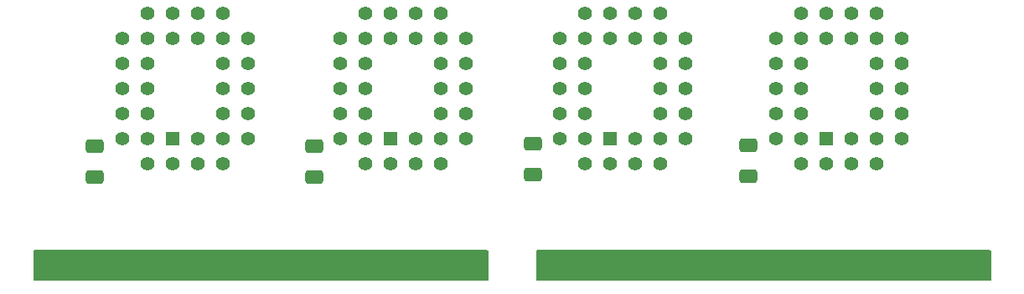
<source format=gbs>
G04 #@! TF.GenerationSoftware,KiCad,Pcbnew,7.0.9*
G04 #@! TF.CreationDate,2024-01-22T22:42:44+01:00*
G04 #@! TF.ProjectId,simm72_rom_2M55,73696d6d-3732-45f7-926f-6d5f324d3535,A*
G04 #@! TF.SameCoordinates,Original*
G04 #@! TF.FileFunction,Soldermask,Bot*
G04 #@! TF.FilePolarity,Negative*
%FSLAX46Y46*%
G04 Gerber Fmt 4.6, Leading zero omitted, Abs format (unit mm)*
G04 Created by KiCad (PCBNEW 7.0.9) date 2024-01-22 22:42:44*
%MOMM*%
%LPD*%
G01*
G04 APERTURE LIST*
G04 Aperture macros list*
%AMRoundRect*
0 Rectangle with rounded corners*
0 $1 Rounding radius*
0 $2 $3 $4 $5 $6 $7 $8 $9 X,Y pos of 4 corners*
0 Add a 4 corners polygon primitive as box body*
4,1,4,$2,$3,$4,$5,$6,$7,$8,$9,$2,$3,0*
0 Add four circle primitives for the rounded corners*
1,1,$1+$1,$2,$3*
1,1,$1+$1,$4,$5*
1,1,$1+$1,$6,$7*
1,1,$1+$1,$8,$9*
0 Add four rect primitives between the rounded corners*
20,1,$1+$1,$2,$3,$4,$5,0*
20,1,$1+$1,$4,$5,$6,$7,0*
20,1,$1+$1,$6,$7,$8,$9,0*
20,1,$1+$1,$8,$9,$2,$3,0*%
G04 Aperture macros list end*
%ADD10R,1.040000X2.540000*%
%ADD11R,1.422400X1.422400*%
%ADD12C,1.422400*%
%ADD13RoundRect,0.250000X0.650000X-0.412500X0.650000X0.412500X-0.650000X0.412500X-0.650000X-0.412500X0*%
G04 APERTURE END LIST*
D10*
X57375000Y-113921000D03*
X58645000Y-113921000D03*
X59915000Y-113921000D03*
X61185000Y-113921000D03*
X62455000Y-113921000D03*
X63725000Y-113921000D03*
X64995000Y-113921000D03*
X66265000Y-113921000D03*
X67535000Y-113921000D03*
X68805000Y-113921000D03*
X70075000Y-113921000D03*
X71345000Y-113921000D03*
X72615000Y-113921000D03*
X73885000Y-113921000D03*
X75155000Y-113921000D03*
X76425000Y-113921000D03*
X77695000Y-113921000D03*
X78965000Y-113921000D03*
X80235000Y-113921000D03*
X81505000Y-113921000D03*
X82775000Y-113921000D03*
X84045000Y-113921000D03*
X85315000Y-113921000D03*
X86585000Y-113921000D03*
X87855000Y-113921000D03*
X89125000Y-113921000D03*
X90395000Y-113921000D03*
X91665000Y-113921000D03*
X92935000Y-113921000D03*
X94205000Y-113921000D03*
X95475000Y-113921000D03*
X96745000Y-113921000D03*
X98015000Y-113921000D03*
X99285000Y-113921000D03*
X100555000Y-113921000D03*
X101825000Y-113921000D03*
X108175000Y-113921000D03*
X109445000Y-113921000D03*
X110715000Y-113921000D03*
X111985000Y-113921000D03*
X113255000Y-113921000D03*
X114525000Y-113921000D03*
X115795000Y-113921000D03*
X117065000Y-113921000D03*
X118335000Y-113921000D03*
X119605000Y-113921000D03*
X120875000Y-113921000D03*
X122145000Y-113921000D03*
X123415000Y-113921000D03*
X124685000Y-113921000D03*
X125955000Y-113921000D03*
X127225000Y-113921000D03*
X128495000Y-113921000D03*
X129765000Y-113921000D03*
X131035000Y-113921000D03*
X132305000Y-113921000D03*
X133575000Y-113921000D03*
X134845000Y-113921000D03*
X136115000Y-113921000D03*
X137385000Y-113921000D03*
X138655000Y-113921000D03*
X139925000Y-113921000D03*
X141195000Y-113921000D03*
X142465000Y-113921000D03*
X143735000Y-113921000D03*
X145005000Y-113921000D03*
X146275000Y-113921000D03*
X147545000Y-113921000D03*
X148815000Y-113921000D03*
X150085000Y-113921000D03*
X151355000Y-113921000D03*
X152625000Y-113921000D03*
D11*
X92730000Y-101080000D03*
D12*
X95270000Y-103620000D03*
X95270000Y-101080000D03*
X97810000Y-103620000D03*
X100350000Y-101080000D03*
X97810000Y-101080000D03*
X100350000Y-98540000D03*
X97810000Y-98540000D03*
X100350000Y-96000000D03*
X97810000Y-96000000D03*
X100350000Y-93460000D03*
X97810000Y-93460000D03*
X100350000Y-90920000D03*
X97810000Y-88380000D03*
X97810000Y-90920000D03*
X95270000Y-88380000D03*
X95270000Y-90920000D03*
X92730000Y-88380000D03*
X92730000Y-90920000D03*
X90190000Y-88380000D03*
X87650000Y-90920000D03*
X90190000Y-90920000D03*
X87650000Y-93460000D03*
X90190000Y-93460000D03*
X87650000Y-96000000D03*
X90190000Y-96000000D03*
X87650000Y-98540000D03*
X90190000Y-98540000D03*
X87650000Y-101080000D03*
X90190000Y-103620000D03*
X90190000Y-101080000D03*
X92730000Y-103620000D03*
D11*
X136730000Y-101080000D03*
D12*
X139270000Y-103620000D03*
X139270000Y-101080000D03*
X141810000Y-103620000D03*
X144350000Y-101080000D03*
X141810000Y-101080000D03*
X144350000Y-98540000D03*
X141810000Y-98540000D03*
X144350000Y-96000000D03*
X141810000Y-96000000D03*
X144350000Y-93460000D03*
X141810000Y-93460000D03*
X144350000Y-90920000D03*
X141810000Y-88380000D03*
X141810000Y-90920000D03*
X139270000Y-88380000D03*
X139270000Y-90920000D03*
X136730000Y-88380000D03*
X136730000Y-90920000D03*
X134190000Y-88380000D03*
X131650000Y-90920000D03*
X134190000Y-90920000D03*
X131650000Y-93460000D03*
X134190000Y-93460000D03*
X131650000Y-96000000D03*
X134190000Y-96000000D03*
X131650000Y-98540000D03*
X134190000Y-98540000D03*
X131650000Y-101080000D03*
X134190000Y-103620000D03*
X134190000Y-101080000D03*
X136730000Y-103620000D03*
D11*
X70730000Y-101080000D03*
D12*
X73270000Y-103620000D03*
X73270000Y-101080000D03*
X75810000Y-103620000D03*
X78350000Y-101080000D03*
X75810000Y-101080000D03*
X78350000Y-98540000D03*
X75810000Y-98540000D03*
X78350000Y-96000000D03*
X75810000Y-96000000D03*
X78350000Y-93460000D03*
X75810000Y-93460000D03*
X78350000Y-90920000D03*
X75810000Y-88380000D03*
X75810000Y-90920000D03*
X73270000Y-88380000D03*
X73270000Y-90920000D03*
X70730000Y-88380000D03*
X70730000Y-90920000D03*
X68190000Y-88380000D03*
X65650000Y-90920000D03*
X68190000Y-90920000D03*
X65650000Y-93460000D03*
X68190000Y-93460000D03*
X65650000Y-96000000D03*
X68190000Y-96000000D03*
X65650000Y-98540000D03*
X68190000Y-98540000D03*
X65650000Y-101080000D03*
X68190000Y-103620000D03*
X68190000Y-101080000D03*
X70730000Y-103620000D03*
D11*
X114920000Y-101080000D03*
D12*
X117460000Y-103620000D03*
X117460000Y-101080000D03*
X120000000Y-103620000D03*
X122540000Y-101080000D03*
X120000000Y-101080000D03*
X122540000Y-98540000D03*
X120000000Y-98540000D03*
X122540000Y-96000000D03*
X120000000Y-96000000D03*
X122540000Y-93460000D03*
X120000000Y-93460000D03*
X122540000Y-90920000D03*
X120000000Y-88380000D03*
X120000000Y-90920000D03*
X117460000Y-88380000D03*
X117460000Y-90920000D03*
X114920000Y-88380000D03*
X114920000Y-90920000D03*
X112380000Y-88380000D03*
X109840000Y-90920000D03*
X112380000Y-90920000D03*
X109840000Y-93460000D03*
X112380000Y-93460000D03*
X109840000Y-96000000D03*
X112380000Y-96000000D03*
X109840000Y-98540000D03*
X112380000Y-98540000D03*
X109840000Y-101080000D03*
X112380000Y-103620000D03*
X112380000Y-101080000D03*
X114920000Y-103620000D03*
D13*
X107133600Y-104713900D03*
X107133600Y-101588900D03*
X84984800Y-104942500D03*
X84984800Y-101817500D03*
X128876000Y-104878600D03*
X128876000Y-101753600D03*
X62836000Y-104981000D03*
X62836000Y-101856000D03*
G36*
X102530039Y-112391285D02*
G01*
X102575794Y-112444089D01*
X102587000Y-112495600D01*
X102587000Y-115321000D01*
X102567315Y-115388039D01*
X102514511Y-115433794D01*
X102463000Y-115445000D01*
X56737000Y-115445000D01*
X56669961Y-115425315D01*
X56624206Y-115372511D01*
X56613000Y-115321000D01*
X56613000Y-112495600D01*
X56632685Y-112428561D01*
X56685489Y-112382806D01*
X56737000Y-112371600D01*
X102463000Y-112371600D01*
X102530039Y-112391285D01*
G37*
G36*
X153330039Y-112391285D02*
G01*
X153375794Y-112444089D01*
X153387000Y-112495600D01*
X153387000Y-115321000D01*
X153367315Y-115388039D01*
X153314511Y-115433794D01*
X153263000Y-115445000D01*
X107537000Y-115445000D01*
X107469961Y-115425315D01*
X107424206Y-115372511D01*
X107413000Y-115321000D01*
X107413000Y-112495600D01*
X107432685Y-112428561D01*
X107485489Y-112382806D01*
X107537000Y-112371600D01*
X153263000Y-112371600D01*
X153330039Y-112391285D01*
G37*
M02*

</source>
